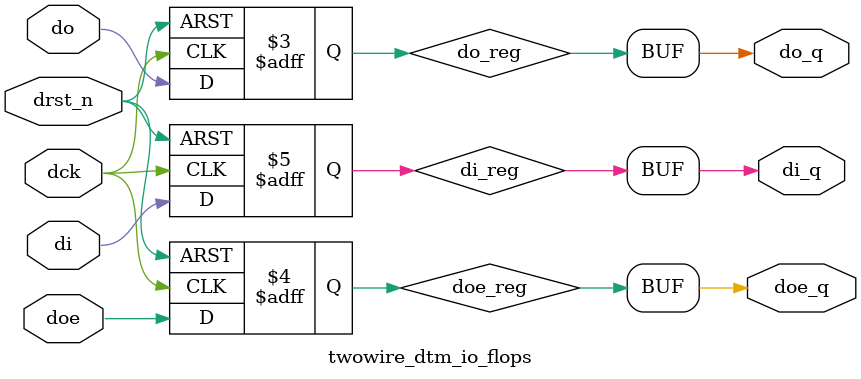
<source format=v>


// This file can be reimplemented with appropriate register instances for your
// platform (e.g FPGA IO register macros), or replaced with wires so that a
// registered IO cell can be instantiated externally.

`default_nettype none

`ifndef TWOWIRE_REG_KEEP_ATTR
`define TWOWIRE_REG_KEEP_ATTR (*keep=1'b1*)
`endif

module twowire_dtm_io_flops (
	input  wire dck,
	input  wire drst_n,

	input  wire do,
	output wire do_q,

	input  wire doe,
	output wire doe_q,

	input  wire di,
	output wire di_q
);

`TWOWIRE_REG_KEEP_ATTR reg do_reg;
`TWOWIRE_REG_KEEP_ATTR reg doe_reg;
`TWOWIRE_REG_KEEP_ATTR reg di_reg;

always @ (posedge dck or negedge drst_n) begin
	if (!drst_n) begin
		do_reg  <= 1'b0;
		doe_reg <= 1'b0;
		di_reg  <= 1'b0;
	end else begin
		do_reg  <= do;
		doe_reg <= doe;
		di_reg  <= di;
	end
end

assign do_q  = do_reg;
assign doe_q = doe_reg;
assign di_q  = di_reg;

endmodule

`ifndef YOSYS
`default_nettype wire
`endif
</source>
